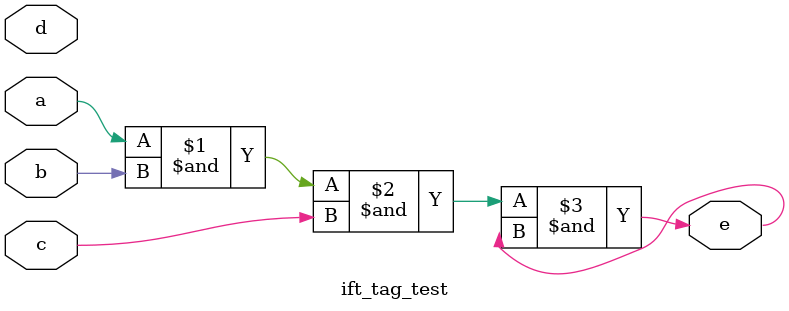
<source format=v>
module ift_tag_test(a, b, c, d, e);
 input a,b,c,d;
 output e;

 assign e = a & b & c & e;
endmodule


</source>
